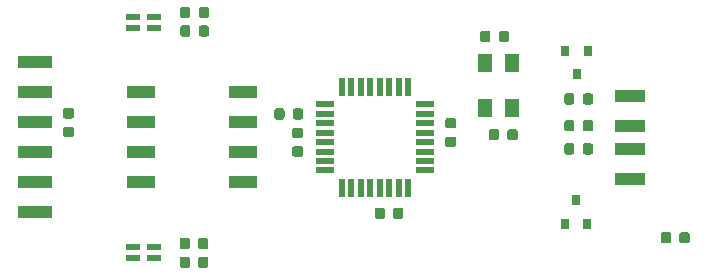
<source format=gbr>
G04 #@! TF.GenerationSoftware,KiCad,Pcbnew,(5.0.0-3-g5ebb6b6)*
G04 #@! TF.CreationDate,2019-02-08T12:04:07-05:00*
G04 #@! TF.ProjectId,ROCKETasp,524F434B45546173702E6B696361645F,2.0*
G04 #@! TF.SameCoordinates,Original*
G04 #@! TF.FileFunction,Paste,Top*
G04 #@! TF.FilePolarity,Positive*
%FSLAX46Y46*%
G04 Gerber Fmt 4.6, Leading zero omitted, Abs format (unit mm)*
G04 Created by KiCad (PCBNEW (5.0.0-3-g5ebb6b6)) date Friday, February 08, 2019 at 12:04:07 PM*
%MOMM*%
%LPD*%
G01*
G04 APERTURE LIST*
%ADD10R,1.200000X0.600000*%
%ADD11C,0.100000*%
%ADD12C,0.875000*%
%ADD13R,0.800000X0.900000*%
%ADD14R,2.500000X1.100000*%
%ADD15R,3.000000X1.000000*%
%ADD16R,2.440000X1.120000*%
%ADD17R,1.600000X0.550000*%
%ADD18R,0.550000X1.600000*%
%ADD19R,1.300000X1.600000*%
G04 APERTURE END LIST*
D10*
G04 #@! TO.C,D2*
X127900000Y-107025000D03*
X126100000Y-107025000D03*
X126100000Y-107975000D03*
X127900000Y-107975000D03*
G04 #@! TD*
D11*
G04 #@! TO.C,C1*
G36*
X156881891Y-97062053D02*
X156903126Y-97065203D01*
X156923950Y-97070419D01*
X156944162Y-97077651D01*
X156963568Y-97086830D01*
X156981981Y-97097866D01*
X156999224Y-97110654D01*
X157015130Y-97125070D01*
X157029546Y-97140976D01*
X157042334Y-97158219D01*
X157053370Y-97176632D01*
X157062549Y-97196038D01*
X157069781Y-97216250D01*
X157074997Y-97237074D01*
X157078147Y-97258309D01*
X157079200Y-97279750D01*
X157079200Y-97792250D01*
X157078147Y-97813691D01*
X157074997Y-97834926D01*
X157069781Y-97855750D01*
X157062549Y-97875962D01*
X157053370Y-97895368D01*
X157042334Y-97913781D01*
X157029546Y-97931024D01*
X157015130Y-97946930D01*
X156999224Y-97961346D01*
X156981981Y-97974134D01*
X156963568Y-97985170D01*
X156944162Y-97994349D01*
X156923950Y-98001581D01*
X156903126Y-98006797D01*
X156881891Y-98009947D01*
X156860450Y-98011000D01*
X156422950Y-98011000D01*
X156401509Y-98009947D01*
X156380274Y-98006797D01*
X156359450Y-98001581D01*
X156339238Y-97994349D01*
X156319832Y-97985170D01*
X156301419Y-97974134D01*
X156284176Y-97961346D01*
X156268270Y-97946930D01*
X156253854Y-97931024D01*
X156241066Y-97913781D01*
X156230030Y-97895368D01*
X156220851Y-97875962D01*
X156213619Y-97855750D01*
X156208403Y-97834926D01*
X156205253Y-97813691D01*
X156204200Y-97792250D01*
X156204200Y-97279750D01*
X156205253Y-97258309D01*
X156208403Y-97237074D01*
X156213619Y-97216250D01*
X156220851Y-97196038D01*
X156230030Y-97176632D01*
X156241066Y-97158219D01*
X156253854Y-97140976D01*
X156268270Y-97125070D01*
X156284176Y-97110654D01*
X156301419Y-97097866D01*
X156319832Y-97086830D01*
X156339238Y-97077651D01*
X156359450Y-97070419D01*
X156380274Y-97065203D01*
X156401509Y-97062053D01*
X156422950Y-97061000D01*
X156860450Y-97061000D01*
X156881891Y-97062053D01*
X156881891Y-97062053D01*
G37*
D12*
X156641700Y-97536000D03*
D11*
G36*
X158456891Y-97062053D02*
X158478126Y-97065203D01*
X158498950Y-97070419D01*
X158519162Y-97077651D01*
X158538568Y-97086830D01*
X158556981Y-97097866D01*
X158574224Y-97110654D01*
X158590130Y-97125070D01*
X158604546Y-97140976D01*
X158617334Y-97158219D01*
X158628370Y-97176632D01*
X158637549Y-97196038D01*
X158644781Y-97216250D01*
X158649997Y-97237074D01*
X158653147Y-97258309D01*
X158654200Y-97279750D01*
X158654200Y-97792250D01*
X158653147Y-97813691D01*
X158649997Y-97834926D01*
X158644781Y-97855750D01*
X158637549Y-97875962D01*
X158628370Y-97895368D01*
X158617334Y-97913781D01*
X158604546Y-97931024D01*
X158590130Y-97946930D01*
X158574224Y-97961346D01*
X158556981Y-97974134D01*
X158538568Y-97985170D01*
X158519162Y-97994349D01*
X158498950Y-98001581D01*
X158478126Y-98006797D01*
X158456891Y-98009947D01*
X158435450Y-98011000D01*
X157997950Y-98011000D01*
X157976509Y-98009947D01*
X157955274Y-98006797D01*
X157934450Y-98001581D01*
X157914238Y-97994349D01*
X157894832Y-97985170D01*
X157876419Y-97974134D01*
X157859176Y-97961346D01*
X157843270Y-97946930D01*
X157828854Y-97931024D01*
X157816066Y-97913781D01*
X157805030Y-97895368D01*
X157795851Y-97875962D01*
X157788619Y-97855750D01*
X157783403Y-97834926D01*
X157780253Y-97813691D01*
X157779200Y-97792250D01*
X157779200Y-97279750D01*
X157780253Y-97258309D01*
X157783403Y-97237074D01*
X157788619Y-97216250D01*
X157795851Y-97196038D01*
X157805030Y-97176632D01*
X157816066Y-97158219D01*
X157828854Y-97140976D01*
X157843270Y-97125070D01*
X157859176Y-97110654D01*
X157876419Y-97097866D01*
X157894832Y-97086830D01*
X157914238Y-97077651D01*
X157934450Y-97070419D01*
X157955274Y-97065203D01*
X157976509Y-97062053D01*
X157997950Y-97061000D01*
X158435450Y-97061000D01*
X158456891Y-97062053D01*
X158456891Y-97062053D01*
G37*
D12*
X158216700Y-97536000D03*
G04 #@! TD*
D11*
G04 #@! TO.C,C2*
G36*
X157732991Y-88730853D02*
X157754226Y-88734003D01*
X157775050Y-88739219D01*
X157795262Y-88746451D01*
X157814668Y-88755630D01*
X157833081Y-88766666D01*
X157850324Y-88779454D01*
X157866230Y-88793870D01*
X157880646Y-88809776D01*
X157893434Y-88827019D01*
X157904470Y-88845432D01*
X157913649Y-88864838D01*
X157920881Y-88885050D01*
X157926097Y-88905874D01*
X157929247Y-88927109D01*
X157930300Y-88948550D01*
X157930300Y-89461050D01*
X157929247Y-89482491D01*
X157926097Y-89503726D01*
X157920881Y-89524550D01*
X157913649Y-89544762D01*
X157904470Y-89564168D01*
X157893434Y-89582581D01*
X157880646Y-89599824D01*
X157866230Y-89615730D01*
X157850324Y-89630146D01*
X157833081Y-89642934D01*
X157814668Y-89653970D01*
X157795262Y-89663149D01*
X157775050Y-89670381D01*
X157754226Y-89675597D01*
X157732991Y-89678747D01*
X157711550Y-89679800D01*
X157274050Y-89679800D01*
X157252609Y-89678747D01*
X157231374Y-89675597D01*
X157210550Y-89670381D01*
X157190338Y-89663149D01*
X157170932Y-89653970D01*
X157152519Y-89642934D01*
X157135276Y-89630146D01*
X157119370Y-89615730D01*
X157104954Y-89599824D01*
X157092166Y-89582581D01*
X157081130Y-89564168D01*
X157071951Y-89544762D01*
X157064719Y-89524550D01*
X157059503Y-89503726D01*
X157056353Y-89482491D01*
X157055300Y-89461050D01*
X157055300Y-88948550D01*
X157056353Y-88927109D01*
X157059503Y-88905874D01*
X157064719Y-88885050D01*
X157071951Y-88864838D01*
X157081130Y-88845432D01*
X157092166Y-88827019D01*
X157104954Y-88809776D01*
X157119370Y-88793870D01*
X157135276Y-88779454D01*
X157152519Y-88766666D01*
X157170932Y-88755630D01*
X157190338Y-88746451D01*
X157210550Y-88739219D01*
X157231374Y-88734003D01*
X157252609Y-88730853D01*
X157274050Y-88729800D01*
X157711550Y-88729800D01*
X157732991Y-88730853D01*
X157732991Y-88730853D01*
G37*
D12*
X157492800Y-89204800D03*
D11*
G36*
X156157991Y-88730853D02*
X156179226Y-88734003D01*
X156200050Y-88739219D01*
X156220262Y-88746451D01*
X156239668Y-88755630D01*
X156258081Y-88766666D01*
X156275324Y-88779454D01*
X156291230Y-88793870D01*
X156305646Y-88809776D01*
X156318434Y-88827019D01*
X156329470Y-88845432D01*
X156338649Y-88864838D01*
X156345881Y-88885050D01*
X156351097Y-88905874D01*
X156354247Y-88927109D01*
X156355300Y-88948550D01*
X156355300Y-89461050D01*
X156354247Y-89482491D01*
X156351097Y-89503726D01*
X156345881Y-89524550D01*
X156338649Y-89544762D01*
X156329470Y-89564168D01*
X156318434Y-89582581D01*
X156305646Y-89599824D01*
X156291230Y-89615730D01*
X156275324Y-89630146D01*
X156258081Y-89642934D01*
X156239668Y-89653970D01*
X156220262Y-89663149D01*
X156200050Y-89670381D01*
X156179226Y-89675597D01*
X156157991Y-89678747D01*
X156136550Y-89679800D01*
X155699050Y-89679800D01*
X155677609Y-89678747D01*
X155656374Y-89675597D01*
X155635550Y-89670381D01*
X155615338Y-89663149D01*
X155595932Y-89653970D01*
X155577519Y-89642934D01*
X155560276Y-89630146D01*
X155544370Y-89615730D01*
X155529954Y-89599824D01*
X155517166Y-89582581D01*
X155506130Y-89564168D01*
X155496951Y-89544762D01*
X155489719Y-89524550D01*
X155484503Y-89503726D01*
X155481353Y-89482491D01*
X155480300Y-89461050D01*
X155480300Y-88948550D01*
X155481353Y-88927109D01*
X155484503Y-88905874D01*
X155489719Y-88885050D01*
X155496951Y-88864838D01*
X155506130Y-88845432D01*
X155517166Y-88827019D01*
X155529954Y-88809776D01*
X155544370Y-88793870D01*
X155560276Y-88779454D01*
X155577519Y-88766666D01*
X155595932Y-88755630D01*
X155615338Y-88746451D01*
X155635550Y-88739219D01*
X155656374Y-88734003D01*
X155677609Y-88730853D01*
X155699050Y-88729800D01*
X156136550Y-88729800D01*
X156157991Y-88730853D01*
X156157991Y-88730853D01*
G37*
D12*
X155917800Y-89204800D03*
G04 #@! TD*
D11*
G04 #@! TO.C,C4*
G36*
X153274591Y-96108853D02*
X153295826Y-96112003D01*
X153316650Y-96117219D01*
X153336862Y-96124451D01*
X153356268Y-96133630D01*
X153374681Y-96144666D01*
X153391924Y-96157454D01*
X153407830Y-96171870D01*
X153422246Y-96187776D01*
X153435034Y-96205019D01*
X153446070Y-96223432D01*
X153455249Y-96242838D01*
X153462481Y-96263050D01*
X153467697Y-96283874D01*
X153470847Y-96305109D01*
X153471900Y-96326550D01*
X153471900Y-96764050D01*
X153470847Y-96785491D01*
X153467697Y-96806726D01*
X153462481Y-96827550D01*
X153455249Y-96847762D01*
X153446070Y-96867168D01*
X153435034Y-96885581D01*
X153422246Y-96902824D01*
X153407830Y-96918730D01*
X153391924Y-96933146D01*
X153374681Y-96945934D01*
X153356268Y-96956970D01*
X153336862Y-96966149D01*
X153316650Y-96973381D01*
X153295826Y-96978597D01*
X153274591Y-96981747D01*
X153253150Y-96982800D01*
X152740650Y-96982800D01*
X152719209Y-96981747D01*
X152697974Y-96978597D01*
X152677150Y-96973381D01*
X152656938Y-96966149D01*
X152637532Y-96956970D01*
X152619119Y-96945934D01*
X152601876Y-96933146D01*
X152585970Y-96918730D01*
X152571554Y-96902824D01*
X152558766Y-96885581D01*
X152547730Y-96867168D01*
X152538551Y-96847762D01*
X152531319Y-96827550D01*
X152526103Y-96806726D01*
X152522953Y-96785491D01*
X152521900Y-96764050D01*
X152521900Y-96326550D01*
X152522953Y-96305109D01*
X152526103Y-96283874D01*
X152531319Y-96263050D01*
X152538551Y-96242838D01*
X152547730Y-96223432D01*
X152558766Y-96205019D01*
X152571554Y-96187776D01*
X152585970Y-96171870D01*
X152601876Y-96157454D01*
X152619119Y-96144666D01*
X152637532Y-96133630D01*
X152656938Y-96124451D01*
X152677150Y-96117219D01*
X152697974Y-96112003D01*
X152719209Y-96108853D01*
X152740650Y-96107800D01*
X153253150Y-96107800D01*
X153274591Y-96108853D01*
X153274591Y-96108853D01*
G37*
D12*
X152996900Y-96545300D03*
D11*
G36*
X153274591Y-97683853D02*
X153295826Y-97687003D01*
X153316650Y-97692219D01*
X153336862Y-97699451D01*
X153356268Y-97708630D01*
X153374681Y-97719666D01*
X153391924Y-97732454D01*
X153407830Y-97746870D01*
X153422246Y-97762776D01*
X153435034Y-97780019D01*
X153446070Y-97798432D01*
X153455249Y-97817838D01*
X153462481Y-97838050D01*
X153467697Y-97858874D01*
X153470847Y-97880109D01*
X153471900Y-97901550D01*
X153471900Y-98339050D01*
X153470847Y-98360491D01*
X153467697Y-98381726D01*
X153462481Y-98402550D01*
X153455249Y-98422762D01*
X153446070Y-98442168D01*
X153435034Y-98460581D01*
X153422246Y-98477824D01*
X153407830Y-98493730D01*
X153391924Y-98508146D01*
X153374681Y-98520934D01*
X153356268Y-98531970D01*
X153336862Y-98541149D01*
X153316650Y-98548381D01*
X153295826Y-98553597D01*
X153274591Y-98556747D01*
X153253150Y-98557800D01*
X152740650Y-98557800D01*
X152719209Y-98556747D01*
X152697974Y-98553597D01*
X152677150Y-98548381D01*
X152656938Y-98541149D01*
X152637532Y-98531970D01*
X152619119Y-98520934D01*
X152601876Y-98508146D01*
X152585970Y-98493730D01*
X152571554Y-98477824D01*
X152558766Y-98460581D01*
X152547730Y-98442168D01*
X152538551Y-98422762D01*
X152531319Y-98402550D01*
X152526103Y-98381726D01*
X152522953Y-98360491D01*
X152521900Y-98339050D01*
X152521900Y-97901550D01*
X152522953Y-97880109D01*
X152526103Y-97858874D01*
X152531319Y-97838050D01*
X152538551Y-97817838D01*
X152547730Y-97798432D01*
X152558766Y-97780019D01*
X152571554Y-97762776D01*
X152585970Y-97746870D01*
X152601876Y-97732454D01*
X152619119Y-97719666D01*
X152637532Y-97708630D01*
X152656938Y-97699451D01*
X152677150Y-97692219D01*
X152697974Y-97687003D01*
X152719209Y-97683853D01*
X152740650Y-97682800D01*
X153253150Y-97682800D01*
X153274591Y-97683853D01*
X153274591Y-97683853D01*
G37*
D12*
X152996900Y-98120300D03*
G04 #@! TD*
D11*
G04 #@! TO.C,C5*
G36*
X140295891Y-95296753D02*
X140317126Y-95299903D01*
X140337950Y-95305119D01*
X140358162Y-95312351D01*
X140377568Y-95321530D01*
X140395981Y-95332566D01*
X140413224Y-95345354D01*
X140429130Y-95359770D01*
X140443546Y-95375676D01*
X140456334Y-95392919D01*
X140467370Y-95411332D01*
X140476549Y-95430738D01*
X140483781Y-95450950D01*
X140488997Y-95471774D01*
X140492147Y-95493009D01*
X140493200Y-95514450D01*
X140493200Y-96026950D01*
X140492147Y-96048391D01*
X140488997Y-96069626D01*
X140483781Y-96090450D01*
X140476549Y-96110662D01*
X140467370Y-96130068D01*
X140456334Y-96148481D01*
X140443546Y-96165724D01*
X140429130Y-96181630D01*
X140413224Y-96196046D01*
X140395981Y-96208834D01*
X140377568Y-96219870D01*
X140358162Y-96229049D01*
X140337950Y-96236281D01*
X140317126Y-96241497D01*
X140295891Y-96244647D01*
X140274450Y-96245700D01*
X139836950Y-96245700D01*
X139815509Y-96244647D01*
X139794274Y-96241497D01*
X139773450Y-96236281D01*
X139753238Y-96229049D01*
X139733832Y-96219870D01*
X139715419Y-96208834D01*
X139698176Y-96196046D01*
X139682270Y-96181630D01*
X139667854Y-96165724D01*
X139655066Y-96148481D01*
X139644030Y-96130068D01*
X139634851Y-96110662D01*
X139627619Y-96090450D01*
X139622403Y-96069626D01*
X139619253Y-96048391D01*
X139618200Y-96026950D01*
X139618200Y-95514450D01*
X139619253Y-95493009D01*
X139622403Y-95471774D01*
X139627619Y-95450950D01*
X139634851Y-95430738D01*
X139644030Y-95411332D01*
X139655066Y-95392919D01*
X139667854Y-95375676D01*
X139682270Y-95359770D01*
X139698176Y-95345354D01*
X139715419Y-95332566D01*
X139733832Y-95321530D01*
X139753238Y-95312351D01*
X139773450Y-95305119D01*
X139794274Y-95299903D01*
X139815509Y-95296753D01*
X139836950Y-95295700D01*
X140274450Y-95295700D01*
X140295891Y-95296753D01*
X140295891Y-95296753D01*
G37*
D12*
X140055700Y-95770700D03*
D11*
G36*
X138720891Y-95296753D02*
X138742126Y-95299903D01*
X138762950Y-95305119D01*
X138783162Y-95312351D01*
X138802568Y-95321530D01*
X138820981Y-95332566D01*
X138838224Y-95345354D01*
X138854130Y-95359770D01*
X138868546Y-95375676D01*
X138881334Y-95392919D01*
X138892370Y-95411332D01*
X138901549Y-95430738D01*
X138908781Y-95450950D01*
X138913997Y-95471774D01*
X138917147Y-95493009D01*
X138918200Y-95514450D01*
X138918200Y-96026950D01*
X138917147Y-96048391D01*
X138913997Y-96069626D01*
X138908781Y-96090450D01*
X138901549Y-96110662D01*
X138892370Y-96130068D01*
X138881334Y-96148481D01*
X138868546Y-96165724D01*
X138854130Y-96181630D01*
X138838224Y-96196046D01*
X138820981Y-96208834D01*
X138802568Y-96219870D01*
X138783162Y-96229049D01*
X138762950Y-96236281D01*
X138742126Y-96241497D01*
X138720891Y-96244647D01*
X138699450Y-96245700D01*
X138261950Y-96245700D01*
X138240509Y-96244647D01*
X138219274Y-96241497D01*
X138198450Y-96236281D01*
X138178238Y-96229049D01*
X138158832Y-96219870D01*
X138140419Y-96208834D01*
X138123176Y-96196046D01*
X138107270Y-96181630D01*
X138092854Y-96165724D01*
X138080066Y-96148481D01*
X138069030Y-96130068D01*
X138059851Y-96110662D01*
X138052619Y-96090450D01*
X138047403Y-96069626D01*
X138044253Y-96048391D01*
X138043200Y-96026950D01*
X138043200Y-95514450D01*
X138044253Y-95493009D01*
X138047403Y-95471774D01*
X138052619Y-95450950D01*
X138059851Y-95430738D01*
X138069030Y-95411332D01*
X138080066Y-95392919D01*
X138092854Y-95375676D01*
X138107270Y-95359770D01*
X138123176Y-95345354D01*
X138140419Y-95332566D01*
X138158832Y-95321530D01*
X138178238Y-95312351D01*
X138198450Y-95305119D01*
X138219274Y-95299903D01*
X138240509Y-95296753D01*
X138261950Y-95295700D01*
X138699450Y-95295700D01*
X138720891Y-95296753D01*
X138720891Y-95296753D01*
G37*
D12*
X138480700Y-95770700D03*
G04 #@! TD*
D11*
G04 #@! TO.C,C6*
G36*
X140295191Y-98509353D02*
X140316426Y-98512503D01*
X140337250Y-98517719D01*
X140357462Y-98524951D01*
X140376868Y-98534130D01*
X140395281Y-98545166D01*
X140412524Y-98557954D01*
X140428430Y-98572370D01*
X140442846Y-98588276D01*
X140455634Y-98605519D01*
X140466670Y-98623932D01*
X140475849Y-98643338D01*
X140483081Y-98663550D01*
X140488297Y-98684374D01*
X140491447Y-98705609D01*
X140492500Y-98727050D01*
X140492500Y-99164550D01*
X140491447Y-99185991D01*
X140488297Y-99207226D01*
X140483081Y-99228050D01*
X140475849Y-99248262D01*
X140466670Y-99267668D01*
X140455634Y-99286081D01*
X140442846Y-99303324D01*
X140428430Y-99319230D01*
X140412524Y-99333646D01*
X140395281Y-99346434D01*
X140376868Y-99357470D01*
X140357462Y-99366649D01*
X140337250Y-99373881D01*
X140316426Y-99379097D01*
X140295191Y-99382247D01*
X140273750Y-99383300D01*
X139761250Y-99383300D01*
X139739809Y-99382247D01*
X139718574Y-99379097D01*
X139697750Y-99373881D01*
X139677538Y-99366649D01*
X139658132Y-99357470D01*
X139639719Y-99346434D01*
X139622476Y-99333646D01*
X139606570Y-99319230D01*
X139592154Y-99303324D01*
X139579366Y-99286081D01*
X139568330Y-99267668D01*
X139559151Y-99248262D01*
X139551919Y-99228050D01*
X139546703Y-99207226D01*
X139543553Y-99185991D01*
X139542500Y-99164550D01*
X139542500Y-98727050D01*
X139543553Y-98705609D01*
X139546703Y-98684374D01*
X139551919Y-98663550D01*
X139559151Y-98643338D01*
X139568330Y-98623932D01*
X139579366Y-98605519D01*
X139592154Y-98588276D01*
X139606570Y-98572370D01*
X139622476Y-98557954D01*
X139639719Y-98545166D01*
X139658132Y-98534130D01*
X139677538Y-98524951D01*
X139697750Y-98517719D01*
X139718574Y-98512503D01*
X139739809Y-98509353D01*
X139761250Y-98508300D01*
X140273750Y-98508300D01*
X140295191Y-98509353D01*
X140295191Y-98509353D01*
G37*
D12*
X140017500Y-98945800D03*
D11*
G36*
X140295191Y-96934353D02*
X140316426Y-96937503D01*
X140337250Y-96942719D01*
X140357462Y-96949951D01*
X140376868Y-96959130D01*
X140395281Y-96970166D01*
X140412524Y-96982954D01*
X140428430Y-96997370D01*
X140442846Y-97013276D01*
X140455634Y-97030519D01*
X140466670Y-97048932D01*
X140475849Y-97068338D01*
X140483081Y-97088550D01*
X140488297Y-97109374D01*
X140491447Y-97130609D01*
X140492500Y-97152050D01*
X140492500Y-97589550D01*
X140491447Y-97610991D01*
X140488297Y-97632226D01*
X140483081Y-97653050D01*
X140475849Y-97673262D01*
X140466670Y-97692668D01*
X140455634Y-97711081D01*
X140442846Y-97728324D01*
X140428430Y-97744230D01*
X140412524Y-97758646D01*
X140395281Y-97771434D01*
X140376868Y-97782470D01*
X140357462Y-97791649D01*
X140337250Y-97798881D01*
X140316426Y-97804097D01*
X140295191Y-97807247D01*
X140273750Y-97808300D01*
X139761250Y-97808300D01*
X139739809Y-97807247D01*
X139718574Y-97804097D01*
X139697750Y-97798881D01*
X139677538Y-97791649D01*
X139658132Y-97782470D01*
X139639719Y-97771434D01*
X139622476Y-97758646D01*
X139606570Y-97744230D01*
X139592154Y-97728324D01*
X139579366Y-97711081D01*
X139568330Y-97692668D01*
X139559151Y-97673262D01*
X139551919Y-97653050D01*
X139546703Y-97632226D01*
X139543553Y-97610991D01*
X139542500Y-97589550D01*
X139542500Y-97152050D01*
X139543553Y-97130609D01*
X139546703Y-97109374D01*
X139551919Y-97088550D01*
X139559151Y-97068338D01*
X139568330Y-97048932D01*
X139579366Y-97030519D01*
X139592154Y-97013276D01*
X139606570Y-96997370D01*
X139622476Y-96982954D01*
X139639719Y-96970166D01*
X139658132Y-96959130D01*
X139677538Y-96949951D01*
X139697750Y-96942719D01*
X139718574Y-96937503D01*
X139739809Y-96934353D01*
X139761250Y-96933300D01*
X140273750Y-96933300D01*
X140295191Y-96934353D01*
X140295191Y-96934353D01*
G37*
D12*
X140017500Y-97370800D03*
G04 #@! TD*
D10*
G04 #@! TO.C,D1*
X127900000Y-88475000D03*
X126100000Y-88475000D03*
X126100000Y-87525000D03*
X127900000Y-87525000D03*
G04 #@! TD*
D13*
G04 #@! TO.C,D3*
X163639500Y-92401900D03*
X162689500Y-90401900D03*
X164589500Y-90401900D03*
G04 #@! TD*
G04 #@! TO.C,D4*
X162626000Y-105076500D03*
X164526000Y-105076500D03*
X163576000Y-103076500D03*
G04 #@! TD*
D14*
G04 #@! TO.C,J1*
X168201600Y-96750000D03*
X168201600Y-98750000D03*
X168201600Y-94250000D03*
X168201600Y-101250000D03*
G04 #@! TD*
D15*
G04 #@! TO.C,J3*
X117753400Y-91400000D03*
X117753400Y-93940000D03*
X117753400Y-96480000D03*
X117753400Y-99020000D03*
X117753400Y-101560000D03*
X117753400Y-104100000D03*
G04 #@! TD*
D11*
G04 #@! TO.C,R1*
G36*
X130753491Y-86697753D02*
X130774726Y-86700903D01*
X130795550Y-86706119D01*
X130815762Y-86713351D01*
X130835168Y-86722530D01*
X130853581Y-86733566D01*
X130870824Y-86746354D01*
X130886730Y-86760770D01*
X130901146Y-86776676D01*
X130913934Y-86793919D01*
X130924970Y-86812332D01*
X130934149Y-86831738D01*
X130941381Y-86851950D01*
X130946597Y-86872774D01*
X130949747Y-86894009D01*
X130950800Y-86915450D01*
X130950800Y-87427950D01*
X130949747Y-87449391D01*
X130946597Y-87470626D01*
X130941381Y-87491450D01*
X130934149Y-87511662D01*
X130924970Y-87531068D01*
X130913934Y-87549481D01*
X130901146Y-87566724D01*
X130886730Y-87582630D01*
X130870824Y-87597046D01*
X130853581Y-87609834D01*
X130835168Y-87620870D01*
X130815762Y-87630049D01*
X130795550Y-87637281D01*
X130774726Y-87642497D01*
X130753491Y-87645647D01*
X130732050Y-87646700D01*
X130294550Y-87646700D01*
X130273109Y-87645647D01*
X130251874Y-87642497D01*
X130231050Y-87637281D01*
X130210838Y-87630049D01*
X130191432Y-87620870D01*
X130173019Y-87609834D01*
X130155776Y-87597046D01*
X130139870Y-87582630D01*
X130125454Y-87566724D01*
X130112666Y-87549481D01*
X130101630Y-87531068D01*
X130092451Y-87511662D01*
X130085219Y-87491450D01*
X130080003Y-87470626D01*
X130076853Y-87449391D01*
X130075800Y-87427950D01*
X130075800Y-86915450D01*
X130076853Y-86894009D01*
X130080003Y-86872774D01*
X130085219Y-86851950D01*
X130092451Y-86831738D01*
X130101630Y-86812332D01*
X130112666Y-86793919D01*
X130125454Y-86776676D01*
X130139870Y-86760770D01*
X130155776Y-86746354D01*
X130173019Y-86733566D01*
X130191432Y-86722530D01*
X130210838Y-86713351D01*
X130231050Y-86706119D01*
X130251874Y-86700903D01*
X130273109Y-86697753D01*
X130294550Y-86696700D01*
X130732050Y-86696700D01*
X130753491Y-86697753D01*
X130753491Y-86697753D01*
G37*
D12*
X130513300Y-87171700D03*
D11*
G36*
X132328491Y-86697753D02*
X132349726Y-86700903D01*
X132370550Y-86706119D01*
X132390762Y-86713351D01*
X132410168Y-86722530D01*
X132428581Y-86733566D01*
X132445824Y-86746354D01*
X132461730Y-86760770D01*
X132476146Y-86776676D01*
X132488934Y-86793919D01*
X132499970Y-86812332D01*
X132509149Y-86831738D01*
X132516381Y-86851950D01*
X132521597Y-86872774D01*
X132524747Y-86894009D01*
X132525800Y-86915450D01*
X132525800Y-87427950D01*
X132524747Y-87449391D01*
X132521597Y-87470626D01*
X132516381Y-87491450D01*
X132509149Y-87511662D01*
X132499970Y-87531068D01*
X132488934Y-87549481D01*
X132476146Y-87566724D01*
X132461730Y-87582630D01*
X132445824Y-87597046D01*
X132428581Y-87609834D01*
X132410168Y-87620870D01*
X132390762Y-87630049D01*
X132370550Y-87637281D01*
X132349726Y-87642497D01*
X132328491Y-87645647D01*
X132307050Y-87646700D01*
X131869550Y-87646700D01*
X131848109Y-87645647D01*
X131826874Y-87642497D01*
X131806050Y-87637281D01*
X131785838Y-87630049D01*
X131766432Y-87620870D01*
X131748019Y-87609834D01*
X131730776Y-87597046D01*
X131714870Y-87582630D01*
X131700454Y-87566724D01*
X131687666Y-87549481D01*
X131676630Y-87531068D01*
X131667451Y-87511662D01*
X131660219Y-87491450D01*
X131655003Y-87470626D01*
X131651853Y-87449391D01*
X131650800Y-87427950D01*
X131650800Y-86915450D01*
X131651853Y-86894009D01*
X131655003Y-86872774D01*
X131660219Y-86851950D01*
X131667451Y-86831738D01*
X131676630Y-86812332D01*
X131687666Y-86793919D01*
X131700454Y-86776676D01*
X131714870Y-86760770D01*
X131730776Y-86746354D01*
X131748019Y-86733566D01*
X131766432Y-86722530D01*
X131785838Y-86713351D01*
X131806050Y-86706119D01*
X131826874Y-86700903D01*
X131848109Y-86697753D01*
X131869550Y-86696700D01*
X132307050Y-86696700D01*
X132328491Y-86697753D01*
X132328491Y-86697753D01*
G37*
D12*
X132088300Y-87171700D03*
G04 #@! TD*
D11*
G04 #@! TO.C,R2*
G36*
X132328491Y-88272553D02*
X132349726Y-88275703D01*
X132370550Y-88280919D01*
X132390762Y-88288151D01*
X132410168Y-88297330D01*
X132428581Y-88308366D01*
X132445824Y-88321154D01*
X132461730Y-88335570D01*
X132476146Y-88351476D01*
X132488934Y-88368719D01*
X132499970Y-88387132D01*
X132509149Y-88406538D01*
X132516381Y-88426750D01*
X132521597Y-88447574D01*
X132524747Y-88468809D01*
X132525800Y-88490250D01*
X132525800Y-89002750D01*
X132524747Y-89024191D01*
X132521597Y-89045426D01*
X132516381Y-89066250D01*
X132509149Y-89086462D01*
X132499970Y-89105868D01*
X132488934Y-89124281D01*
X132476146Y-89141524D01*
X132461730Y-89157430D01*
X132445824Y-89171846D01*
X132428581Y-89184634D01*
X132410168Y-89195670D01*
X132390762Y-89204849D01*
X132370550Y-89212081D01*
X132349726Y-89217297D01*
X132328491Y-89220447D01*
X132307050Y-89221500D01*
X131869550Y-89221500D01*
X131848109Y-89220447D01*
X131826874Y-89217297D01*
X131806050Y-89212081D01*
X131785838Y-89204849D01*
X131766432Y-89195670D01*
X131748019Y-89184634D01*
X131730776Y-89171846D01*
X131714870Y-89157430D01*
X131700454Y-89141524D01*
X131687666Y-89124281D01*
X131676630Y-89105868D01*
X131667451Y-89086462D01*
X131660219Y-89066250D01*
X131655003Y-89045426D01*
X131651853Y-89024191D01*
X131650800Y-89002750D01*
X131650800Y-88490250D01*
X131651853Y-88468809D01*
X131655003Y-88447574D01*
X131660219Y-88426750D01*
X131667451Y-88406538D01*
X131676630Y-88387132D01*
X131687666Y-88368719D01*
X131700454Y-88351476D01*
X131714870Y-88335570D01*
X131730776Y-88321154D01*
X131748019Y-88308366D01*
X131766432Y-88297330D01*
X131785838Y-88288151D01*
X131806050Y-88280919D01*
X131826874Y-88275703D01*
X131848109Y-88272553D01*
X131869550Y-88271500D01*
X132307050Y-88271500D01*
X132328491Y-88272553D01*
X132328491Y-88272553D01*
G37*
D12*
X132088300Y-88746500D03*
D11*
G36*
X130753491Y-88272553D02*
X130774726Y-88275703D01*
X130795550Y-88280919D01*
X130815762Y-88288151D01*
X130835168Y-88297330D01*
X130853581Y-88308366D01*
X130870824Y-88321154D01*
X130886730Y-88335570D01*
X130901146Y-88351476D01*
X130913934Y-88368719D01*
X130924970Y-88387132D01*
X130934149Y-88406538D01*
X130941381Y-88426750D01*
X130946597Y-88447574D01*
X130949747Y-88468809D01*
X130950800Y-88490250D01*
X130950800Y-89002750D01*
X130949747Y-89024191D01*
X130946597Y-89045426D01*
X130941381Y-89066250D01*
X130934149Y-89086462D01*
X130924970Y-89105868D01*
X130913934Y-89124281D01*
X130901146Y-89141524D01*
X130886730Y-89157430D01*
X130870824Y-89171846D01*
X130853581Y-89184634D01*
X130835168Y-89195670D01*
X130815762Y-89204849D01*
X130795550Y-89212081D01*
X130774726Y-89217297D01*
X130753491Y-89220447D01*
X130732050Y-89221500D01*
X130294550Y-89221500D01*
X130273109Y-89220447D01*
X130251874Y-89217297D01*
X130231050Y-89212081D01*
X130210838Y-89204849D01*
X130191432Y-89195670D01*
X130173019Y-89184634D01*
X130155776Y-89171846D01*
X130139870Y-89157430D01*
X130125454Y-89141524D01*
X130112666Y-89124281D01*
X130101630Y-89105868D01*
X130092451Y-89086462D01*
X130085219Y-89066250D01*
X130080003Y-89045426D01*
X130076853Y-89024191D01*
X130075800Y-89002750D01*
X130075800Y-88490250D01*
X130076853Y-88468809D01*
X130080003Y-88447574D01*
X130085219Y-88426750D01*
X130092451Y-88406538D01*
X130101630Y-88387132D01*
X130112666Y-88368719D01*
X130125454Y-88351476D01*
X130139870Y-88335570D01*
X130155776Y-88321154D01*
X130173019Y-88308366D01*
X130191432Y-88297330D01*
X130210838Y-88288151D01*
X130231050Y-88280919D01*
X130251874Y-88275703D01*
X130273109Y-88272553D01*
X130294550Y-88271500D01*
X130732050Y-88271500D01*
X130753491Y-88272553D01*
X130753491Y-88272553D01*
G37*
D12*
X130513300Y-88746500D03*
G04 #@! TD*
D11*
G04 #@! TO.C,R3*
G36*
X132277691Y-106264053D02*
X132298926Y-106267203D01*
X132319750Y-106272419D01*
X132339962Y-106279651D01*
X132359368Y-106288830D01*
X132377781Y-106299866D01*
X132395024Y-106312654D01*
X132410930Y-106327070D01*
X132425346Y-106342976D01*
X132438134Y-106360219D01*
X132449170Y-106378632D01*
X132458349Y-106398038D01*
X132465581Y-106418250D01*
X132470797Y-106439074D01*
X132473947Y-106460309D01*
X132475000Y-106481750D01*
X132475000Y-106994250D01*
X132473947Y-107015691D01*
X132470797Y-107036926D01*
X132465581Y-107057750D01*
X132458349Y-107077962D01*
X132449170Y-107097368D01*
X132438134Y-107115781D01*
X132425346Y-107133024D01*
X132410930Y-107148930D01*
X132395024Y-107163346D01*
X132377781Y-107176134D01*
X132359368Y-107187170D01*
X132339962Y-107196349D01*
X132319750Y-107203581D01*
X132298926Y-107208797D01*
X132277691Y-107211947D01*
X132256250Y-107213000D01*
X131818750Y-107213000D01*
X131797309Y-107211947D01*
X131776074Y-107208797D01*
X131755250Y-107203581D01*
X131735038Y-107196349D01*
X131715632Y-107187170D01*
X131697219Y-107176134D01*
X131679976Y-107163346D01*
X131664070Y-107148930D01*
X131649654Y-107133024D01*
X131636866Y-107115781D01*
X131625830Y-107097368D01*
X131616651Y-107077962D01*
X131609419Y-107057750D01*
X131604203Y-107036926D01*
X131601053Y-107015691D01*
X131600000Y-106994250D01*
X131600000Y-106481750D01*
X131601053Y-106460309D01*
X131604203Y-106439074D01*
X131609419Y-106418250D01*
X131616651Y-106398038D01*
X131625830Y-106378632D01*
X131636866Y-106360219D01*
X131649654Y-106342976D01*
X131664070Y-106327070D01*
X131679976Y-106312654D01*
X131697219Y-106299866D01*
X131715632Y-106288830D01*
X131735038Y-106279651D01*
X131755250Y-106272419D01*
X131776074Y-106267203D01*
X131797309Y-106264053D01*
X131818750Y-106263000D01*
X132256250Y-106263000D01*
X132277691Y-106264053D01*
X132277691Y-106264053D01*
G37*
D12*
X132037500Y-106738000D03*
D11*
G36*
X130702691Y-106264053D02*
X130723926Y-106267203D01*
X130744750Y-106272419D01*
X130764962Y-106279651D01*
X130784368Y-106288830D01*
X130802781Y-106299866D01*
X130820024Y-106312654D01*
X130835930Y-106327070D01*
X130850346Y-106342976D01*
X130863134Y-106360219D01*
X130874170Y-106378632D01*
X130883349Y-106398038D01*
X130890581Y-106418250D01*
X130895797Y-106439074D01*
X130898947Y-106460309D01*
X130900000Y-106481750D01*
X130900000Y-106994250D01*
X130898947Y-107015691D01*
X130895797Y-107036926D01*
X130890581Y-107057750D01*
X130883349Y-107077962D01*
X130874170Y-107097368D01*
X130863134Y-107115781D01*
X130850346Y-107133024D01*
X130835930Y-107148930D01*
X130820024Y-107163346D01*
X130802781Y-107176134D01*
X130784368Y-107187170D01*
X130764962Y-107196349D01*
X130744750Y-107203581D01*
X130723926Y-107208797D01*
X130702691Y-107211947D01*
X130681250Y-107213000D01*
X130243750Y-107213000D01*
X130222309Y-107211947D01*
X130201074Y-107208797D01*
X130180250Y-107203581D01*
X130160038Y-107196349D01*
X130140632Y-107187170D01*
X130122219Y-107176134D01*
X130104976Y-107163346D01*
X130089070Y-107148930D01*
X130074654Y-107133024D01*
X130061866Y-107115781D01*
X130050830Y-107097368D01*
X130041651Y-107077962D01*
X130034419Y-107057750D01*
X130029203Y-107036926D01*
X130026053Y-107015691D01*
X130025000Y-106994250D01*
X130025000Y-106481750D01*
X130026053Y-106460309D01*
X130029203Y-106439074D01*
X130034419Y-106418250D01*
X130041651Y-106398038D01*
X130050830Y-106378632D01*
X130061866Y-106360219D01*
X130074654Y-106342976D01*
X130089070Y-106327070D01*
X130104976Y-106312654D01*
X130122219Y-106299866D01*
X130140632Y-106288830D01*
X130160038Y-106279651D01*
X130180250Y-106272419D01*
X130201074Y-106267203D01*
X130222309Y-106264053D01*
X130243750Y-106263000D01*
X130681250Y-106263000D01*
X130702691Y-106264053D01*
X130702691Y-106264053D01*
G37*
D12*
X130462500Y-106738000D03*
G04 #@! TD*
D11*
G04 #@! TO.C,R4*
G36*
X132277691Y-107851553D02*
X132298926Y-107854703D01*
X132319750Y-107859919D01*
X132339962Y-107867151D01*
X132359368Y-107876330D01*
X132377781Y-107887366D01*
X132395024Y-107900154D01*
X132410930Y-107914570D01*
X132425346Y-107930476D01*
X132438134Y-107947719D01*
X132449170Y-107966132D01*
X132458349Y-107985538D01*
X132465581Y-108005750D01*
X132470797Y-108026574D01*
X132473947Y-108047809D01*
X132475000Y-108069250D01*
X132475000Y-108581750D01*
X132473947Y-108603191D01*
X132470797Y-108624426D01*
X132465581Y-108645250D01*
X132458349Y-108665462D01*
X132449170Y-108684868D01*
X132438134Y-108703281D01*
X132425346Y-108720524D01*
X132410930Y-108736430D01*
X132395024Y-108750846D01*
X132377781Y-108763634D01*
X132359368Y-108774670D01*
X132339962Y-108783849D01*
X132319750Y-108791081D01*
X132298926Y-108796297D01*
X132277691Y-108799447D01*
X132256250Y-108800500D01*
X131818750Y-108800500D01*
X131797309Y-108799447D01*
X131776074Y-108796297D01*
X131755250Y-108791081D01*
X131735038Y-108783849D01*
X131715632Y-108774670D01*
X131697219Y-108763634D01*
X131679976Y-108750846D01*
X131664070Y-108736430D01*
X131649654Y-108720524D01*
X131636866Y-108703281D01*
X131625830Y-108684868D01*
X131616651Y-108665462D01*
X131609419Y-108645250D01*
X131604203Y-108624426D01*
X131601053Y-108603191D01*
X131600000Y-108581750D01*
X131600000Y-108069250D01*
X131601053Y-108047809D01*
X131604203Y-108026574D01*
X131609419Y-108005750D01*
X131616651Y-107985538D01*
X131625830Y-107966132D01*
X131636866Y-107947719D01*
X131649654Y-107930476D01*
X131664070Y-107914570D01*
X131679976Y-107900154D01*
X131697219Y-107887366D01*
X131715632Y-107876330D01*
X131735038Y-107867151D01*
X131755250Y-107859919D01*
X131776074Y-107854703D01*
X131797309Y-107851553D01*
X131818750Y-107850500D01*
X132256250Y-107850500D01*
X132277691Y-107851553D01*
X132277691Y-107851553D01*
G37*
D12*
X132037500Y-108325500D03*
D11*
G36*
X130702691Y-107851553D02*
X130723926Y-107854703D01*
X130744750Y-107859919D01*
X130764962Y-107867151D01*
X130784368Y-107876330D01*
X130802781Y-107887366D01*
X130820024Y-107900154D01*
X130835930Y-107914570D01*
X130850346Y-107930476D01*
X130863134Y-107947719D01*
X130874170Y-107966132D01*
X130883349Y-107985538D01*
X130890581Y-108005750D01*
X130895797Y-108026574D01*
X130898947Y-108047809D01*
X130900000Y-108069250D01*
X130900000Y-108581750D01*
X130898947Y-108603191D01*
X130895797Y-108624426D01*
X130890581Y-108645250D01*
X130883349Y-108665462D01*
X130874170Y-108684868D01*
X130863134Y-108703281D01*
X130850346Y-108720524D01*
X130835930Y-108736430D01*
X130820024Y-108750846D01*
X130802781Y-108763634D01*
X130784368Y-108774670D01*
X130764962Y-108783849D01*
X130744750Y-108791081D01*
X130723926Y-108796297D01*
X130702691Y-108799447D01*
X130681250Y-108800500D01*
X130243750Y-108800500D01*
X130222309Y-108799447D01*
X130201074Y-108796297D01*
X130180250Y-108791081D01*
X130160038Y-108783849D01*
X130140632Y-108774670D01*
X130122219Y-108763634D01*
X130104976Y-108750846D01*
X130089070Y-108736430D01*
X130074654Y-108720524D01*
X130061866Y-108703281D01*
X130050830Y-108684868D01*
X130041651Y-108665462D01*
X130034419Y-108645250D01*
X130029203Y-108624426D01*
X130026053Y-108603191D01*
X130025000Y-108581750D01*
X130025000Y-108069250D01*
X130026053Y-108047809D01*
X130029203Y-108026574D01*
X130034419Y-108005750D01*
X130041651Y-107985538D01*
X130050830Y-107966132D01*
X130061866Y-107947719D01*
X130074654Y-107930476D01*
X130089070Y-107914570D01*
X130104976Y-107900154D01*
X130122219Y-107887366D01*
X130140632Y-107876330D01*
X130160038Y-107867151D01*
X130180250Y-107859919D01*
X130201074Y-107854703D01*
X130222309Y-107851553D01*
X130243750Y-107850500D01*
X130681250Y-107850500D01*
X130702691Y-107851553D01*
X130702691Y-107851553D01*
G37*
D12*
X130462500Y-108325500D03*
G04 #@! TD*
D11*
G04 #@! TO.C,R5*
G36*
X164844991Y-98255853D02*
X164866226Y-98259003D01*
X164887050Y-98264219D01*
X164907262Y-98271451D01*
X164926668Y-98280630D01*
X164945081Y-98291666D01*
X164962324Y-98304454D01*
X164978230Y-98318870D01*
X164992646Y-98334776D01*
X165005434Y-98352019D01*
X165016470Y-98370432D01*
X165025649Y-98389838D01*
X165032881Y-98410050D01*
X165038097Y-98430874D01*
X165041247Y-98452109D01*
X165042300Y-98473550D01*
X165042300Y-98986050D01*
X165041247Y-99007491D01*
X165038097Y-99028726D01*
X165032881Y-99049550D01*
X165025649Y-99069762D01*
X165016470Y-99089168D01*
X165005434Y-99107581D01*
X164992646Y-99124824D01*
X164978230Y-99140730D01*
X164962324Y-99155146D01*
X164945081Y-99167934D01*
X164926668Y-99178970D01*
X164907262Y-99188149D01*
X164887050Y-99195381D01*
X164866226Y-99200597D01*
X164844991Y-99203747D01*
X164823550Y-99204800D01*
X164386050Y-99204800D01*
X164364609Y-99203747D01*
X164343374Y-99200597D01*
X164322550Y-99195381D01*
X164302338Y-99188149D01*
X164282932Y-99178970D01*
X164264519Y-99167934D01*
X164247276Y-99155146D01*
X164231370Y-99140730D01*
X164216954Y-99124824D01*
X164204166Y-99107581D01*
X164193130Y-99089168D01*
X164183951Y-99069762D01*
X164176719Y-99049550D01*
X164171503Y-99028726D01*
X164168353Y-99007491D01*
X164167300Y-98986050D01*
X164167300Y-98473550D01*
X164168353Y-98452109D01*
X164171503Y-98430874D01*
X164176719Y-98410050D01*
X164183951Y-98389838D01*
X164193130Y-98370432D01*
X164204166Y-98352019D01*
X164216954Y-98334776D01*
X164231370Y-98318870D01*
X164247276Y-98304454D01*
X164264519Y-98291666D01*
X164282932Y-98280630D01*
X164302338Y-98271451D01*
X164322550Y-98264219D01*
X164343374Y-98259003D01*
X164364609Y-98255853D01*
X164386050Y-98254800D01*
X164823550Y-98254800D01*
X164844991Y-98255853D01*
X164844991Y-98255853D01*
G37*
D12*
X164604800Y-98729800D03*
D11*
G36*
X163269991Y-98255853D02*
X163291226Y-98259003D01*
X163312050Y-98264219D01*
X163332262Y-98271451D01*
X163351668Y-98280630D01*
X163370081Y-98291666D01*
X163387324Y-98304454D01*
X163403230Y-98318870D01*
X163417646Y-98334776D01*
X163430434Y-98352019D01*
X163441470Y-98370432D01*
X163450649Y-98389838D01*
X163457881Y-98410050D01*
X163463097Y-98430874D01*
X163466247Y-98452109D01*
X163467300Y-98473550D01*
X163467300Y-98986050D01*
X163466247Y-99007491D01*
X163463097Y-99028726D01*
X163457881Y-99049550D01*
X163450649Y-99069762D01*
X163441470Y-99089168D01*
X163430434Y-99107581D01*
X163417646Y-99124824D01*
X163403230Y-99140730D01*
X163387324Y-99155146D01*
X163370081Y-99167934D01*
X163351668Y-99178970D01*
X163332262Y-99188149D01*
X163312050Y-99195381D01*
X163291226Y-99200597D01*
X163269991Y-99203747D01*
X163248550Y-99204800D01*
X162811050Y-99204800D01*
X162789609Y-99203747D01*
X162768374Y-99200597D01*
X162747550Y-99195381D01*
X162727338Y-99188149D01*
X162707932Y-99178970D01*
X162689519Y-99167934D01*
X162672276Y-99155146D01*
X162656370Y-99140730D01*
X162641954Y-99124824D01*
X162629166Y-99107581D01*
X162618130Y-99089168D01*
X162608951Y-99069762D01*
X162601719Y-99049550D01*
X162596503Y-99028726D01*
X162593353Y-99007491D01*
X162592300Y-98986050D01*
X162592300Y-98473550D01*
X162593353Y-98452109D01*
X162596503Y-98430874D01*
X162601719Y-98410050D01*
X162608951Y-98389838D01*
X162618130Y-98370432D01*
X162629166Y-98352019D01*
X162641954Y-98334776D01*
X162656370Y-98318870D01*
X162672276Y-98304454D01*
X162689519Y-98291666D01*
X162707932Y-98280630D01*
X162727338Y-98271451D01*
X162747550Y-98264219D01*
X162768374Y-98259003D01*
X162789609Y-98255853D01*
X162811050Y-98254800D01*
X163248550Y-98254800D01*
X163269991Y-98255853D01*
X163269991Y-98255853D01*
G37*
D12*
X163029800Y-98729800D03*
G04 #@! TD*
D11*
G04 #@! TO.C,R6*
G36*
X164844991Y-96300053D02*
X164866226Y-96303203D01*
X164887050Y-96308419D01*
X164907262Y-96315651D01*
X164926668Y-96324830D01*
X164945081Y-96335866D01*
X164962324Y-96348654D01*
X164978230Y-96363070D01*
X164992646Y-96378976D01*
X165005434Y-96396219D01*
X165016470Y-96414632D01*
X165025649Y-96434038D01*
X165032881Y-96454250D01*
X165038097Y-96475074D01*
X165041247Y-96496309D01*
X165042300Y-96517750D01*
X165042300Y-97030250D01*
X165041247Y-97051691D01*
X165038097Y-97072926D01*
X165032881Y-97093750D01*
X165025649Y-97113962D01*
X165016470Y-97133368D01*
X165005434Y-97151781D01*
X164992646Y-97169024D01*
X164978230Y-97184930D01*
X164962324Y-97199346D01*
X164945081Y-97212134D01*
X164926668Y-97223170D01*
X164907262Y-97232349D01*
X164887050Y-97239581D01*
X164866226Y-97244797D01*
X164844991Y-97247947D01*
X164823550Y-97249000D01*
X164386050Y-97249000D01*
X164364609Y-97247947D01*
X164343374Y-97244797D01*
X164322550Y-97239581D01*
X164302338Y-97232349D01*
X164282932Y-97223170D01*
X164264519Y-97212134D01*
X164247276Y-97199346D01*
X164231370Y-97184930D01*
X164216954Y-97169024D01*
X164204166Y-97151781D01*
X164193130Y-97133368D01*
X164183951Y-97113962D01*
X164176719Y-97093750D01*
X164171503Y-97072926D01*
X164168353Y-97051691D01*
X164167300Y-97030250D01*
X164167300Y-96517750D01*
X164168353Y-96496309D01*
X164171503Y-96475074D01*
X164176719Y-96454250D01*
X164183951Y-96434038D01*
X164193130Y-96414632D01*
X164204166Y-96396219D01*
X164216954Y-96378976D01*
X164231370Y-96363070D01*
X164247276Y-96348654D01*
X164264519Y-96335866D01*
X164282932Y-96324830D01*
X164302338Y-96315651D01*
X164322550Y-96308419D01*
X164343374Y-96303203D01*
X164364609Y-96300053D01*
X164386050Y-96299000D01*
X164823550Y-96299000D01*
X164844991Y-96300053D01*
X164844991Y-96300053D01*
G37*
D12*
X164604800Y-96774000D03*
D11*
G36*
X163269991Y-96300053D02*
X163291226Y-96303203D01*
X163312050Y-96308419D01*
X163332262Y-96315651D01*
X163351668Y-96324830D01*
X163370081Y-96335866D01*
X163387324Y-96348654D01*
X163403230Y-96363070D01*
X163417646Y-96378976D01*
X163430434Y-96396219D01*
X163441470Y-96414632D01*
X163450649Y-96434038D01*
X163457881Y-96454250D01*
X163463097Y-96475074D01*
X163466247Y-96496309D01*
X163467300Y-96517750D01*
X163467300Y-97030250D01*
X163466247Y-97051691D01*
X163463097Y-97072926D01*
X163457881Y-97093750D01*
X163450649Y-97113962D01*
X163441470Y-97133368D01*
X163430434Y-97151781D01*
X163417646Y-97169024D01*
X163403230Y-97184930D01*
X163387324Y-97199346D01*
X163370081Y-97212134D01*
X163351668Y-97223170D01*
X163332262Y-97232349D01*
X163312050Y-97239581D01*
X163291226Y-97244797D01*
X163269991Y-97247947D01*
X163248550Y-97249000D01*
X162811050Y-97249000D01*
X162789609Y-97247947D01*
X162768374Y-97244797D01*
X162747550Y-97239581D01*
X162727338Y-97232349D01*
X162707932Y-97223170D01*
X162689519Y-97212134D01*
X162672276Y-97199346D01*
X162656370Y-97184930D01*
X162641954Y-97169024D01*
X162629166Y-97151781D01*
X162618130Y-97133368D01*
X162608951Y-97113962D01*
X162601719Y-97093750D01*
X162596503Y-97072926D01*
X162593353Y-97051691D01*
X162592300Y-97030250D01*
X162592300Y-96517750D01*
X162593353Y-96496309D01*
X162596503Y-96475074D01*
X162601719Y-96454250D01*
X162608951Y-96434038D01*
X162618130Y-96414632D01*
X162629166Y-96396219D01*
X162641954Y-96378976D01*
X162656370Y-96363070D01*
X162672276Y-96348654D01*
X162689519Y-96335866D01*
X162707932Y-96324830D01*
X162727338Y-96315651D01*
X162747550Y-96308419D01*
X162768374Y-96303203D01*
X162789609Y-96300053D01*
X162811050Y-96299000D01*
X163248550Y-96299000D01*
X163269991Y-96300053D01*
X163269991Y-96300053D01*
G37*
D12*
X163029800Y-96774000D03*
G04 #@! TD*
D11*
G04 #@! TO.C,R7*
G36*
X120902291Y-96858353D02*
X120923526Y-96861503D01*
X120944350Y-96866719D01*
X120964562Y-96873951D01*
X120983968Y-96883130D01*
X121002381Y-96894166D01*
X121019624Y-96906954D01*
X121035530Y-96921370D01*
X121049946Y-96937276D01*
X121062734Y-96954519D01*
X121073770Y-96972932D01*
X121082949Y-96992338D01*
X121090181Y-97012550D01*
X121095397Y-97033374D01*
X121098547Y-97054609D01*
X121099600Y-97076050D01*
X121099600Y-97513550D01*
X121098547Y-97534991D01*
X121095397Y-97556226D01*
X121090181Y-97577050D01*
X121082949Y-97597262D01*
X121073770Y-97616668D01*
X121062734Y-97635081D01*
X121049946Y-97652324D01*
X121035530Y-97668230D01*
X121019624Y-97682646D01*
X121002381Y-97695434D01*
X120983968Y-97706470D01*
X120964562Y-97715649D01*
X120944350Y-97722881D01*
X120923526Y-97728097D01*
X120902291Y-97731247D01*
X120880850Y-97732300D01*
X120368350Y-97732300D01*
X120346909Y-97731247D01*
X120325674Y-97728097D01*
X120304850Y-97722881D01*
X120284638Y-97715649D01*
X120265232Y-97706470D01*
X120246819Y-97695434D01*
X120229576Y-97682646D01*
X120213670Y-97668230D01*
X120199254Y-97652324D01*
X120186466Y-97635081D01*
X120175430Y-97616668D01*
X120166251Y-97597262D01*
X120159019Y-97577050D01*
X120153803Y-97556226D01*
X120150653Y-97534991D01*
X120149600Y-97513550D01*
X120149600Y-97076050D01*
X120150653Y-97054609D01*
X120153803Y-97033374D01*
X120159019Y-97012550D01*
X120166251Y-96992338D01*
X120175430Y-96972932D01*
X120186466Y-96954519D01*
X120199254Y-96937276D01*
X120213670Y-96921370D01*
X120229576Y-96906954D01*
X120246819Y-96894166D01*
X120265232Y-96883130D01*
X120284638Y-96873951D01*
X120304850Y-96866719D01*
X120325674Y-96861503D01*
X120346909Y-96858353D01*
X120368350Y-96857300D01*
X120880850Y-96857300D01*
X120902291Y-96858353D01*
X120902291Y-96858353D01*
G37*
D12*
X120624600Y-97294800D03*
D11*
G36*
X120902291Y-95283353D02*
X120923526Y-95286503D01*
X120944350Y-95291719D01*
X120964562Y-95298951D01*
X120983968Y-95308130D01*
X121002381Y-95319166D01*
X121019624Y-95331954D01*
X121035530Y-95346370D01*
X121049946Y-95362276D01*
X121062734Y-95379519D01*
X121073770Y-95397932D01*
X121082949Y-95417338D01*
X121090181Y-95437550D01*
X121095397Y-95458374D01*
X121098547Y-95479609D01*
X121099600Y-95501050D01*
X121099600Y-95938550D01*
X121098547Y-95959991D01*
X121095397Y-95981226D01*
X121090181Y-96002050D01*
X121082949Y-96022262D01*
X121073770Y-96041668D01*
X121062734Y-96060081D01*
X121049946Y-96077324D01*
X121035530Y-96093230D01*
X121019624Y-96107646D01*
X121002381Y-96120434D01*
X120983968Y-96131470D01*
X120964562Y-96140649D01*
X120944350Y-96147881D01*
X120923526Y-96153097D01*
X120902291Y-96156247D01*
X120880850Y-96157300D01*
X120368350Y-96157300D01*
X120346909Y-96156247D01*
X120325674Y-96153097D01*
X120304850Y-96147881D01*
X120284638Y-96140649D01*
X120265232Y-96131470D01*
X120246819Y-96120434D01*
X120229576Y-96107646D01*
X120213670Y-96093230D01*
X120199254Y-96077324D01*
X120186466Y-96060081D01*
X120175430Y-96041668D01*
X120166251Y-96022262D01*
X120159019Y-96002050D01*
X120153803Y-95981226D01*
X120150653Y-95959991D01*
X120149600Y-95938550D01*
X120149600Y-95501050D01*
X120150653Y-95479609D01*
X120153803Y-95458374D01*
X120159019Y-95437550D01*
X120166251Y-95417338D01*
X120175430Y-95397932D01*
X120186466Y-95379519D01*
X120199254Y-95362276D01*
X120213670Y-95346370D01*
X120229576Y-95331954D01*
X120246819Y-95319166D01*
X120265232Y-95308130D01*
X120284638Y-95298951D01*
X120304850Y-95291719D01*
X120325674Y-95286503D01*
X120346909Y-95283353D01*
X120368350Y-95282300D01*
X120880850Y-95282300D01*
X120902291Y-95283353D01*
X120902291Y-95283353D01*
G37*
D12*
X120624600Y-95719800D03*
G04 #@! TD*
D11*
G04 #@! TO.C,R8*
G36*
X148792191Y-103704153D02*
X148813426Y-103707303D01*
X148834250Y-103712519D01*
X148854462Y-103719751D01*
X148873868Y-103728930D01*
X148892281Y-103739966D01*
X148909524Y-103752754D01*
X148925430Y-103767170D01*
X148939846Y-103783076D01*
X148952634Y-103800319D01*
X148963670Y-103818732D01*
X148972849Y-103838138D01*
X148980081Y-103858350D01*
X148985297Y-103879174D01*
X148988447Y-103900409D01*
X148989500Y-103921850D01*
X148989500Y-104434350D01*
X148988447Y-104455791D01*
X148985297Y-104477026D01*
X148980081Y-104497850D01*
X148972849Y-104518062D01*
X148963670Y-104537468D01*
X148952634Y-104555881D01*
X148939846Y-104573124D01*
X148925430Y-104589030D01*
X148909524Y-104603446D01*
X148892281Y-104616234D01*
X148873868Y-104627270D01*
X148854462Y-104636449D01*
X148834250Y-104643681D01*
X148813426Y-104648897D01*
X148792191Y-104652047D01*
X148770750Y-104653100D01*
X148333250Y-104653100D01*
X148311809Y-104652047D01*
X148290574Y-104648897D01*
X148269750Y-104643681D01*
X148249538Y-104636449D01*
X148230132Y-104627270D01*
X148211719Y-104616234D01*
X148194476Y-104603446D01*
X148178570Y-104589030D01*
X148164154Y-104573124D01*
X148151366Y-104555881D01*
X148140330Y-104537468D01*
X148131151Y-104518062D01*
X148123919Y-104497850D01*
X148118703Y-104477026D01*
X148115553Y-104455791D01*
X148114500Y-104434350D01*
X148114500Y-103921850D01*
X148115553Y-103900409D01*
X148118703Y-103879174D01*
X148123919Y-103858350D01*
X148131151Y-103838138D01*
X148140330Y-103818732D01*
X148151366Y-103800319D01*
X148164154Y-103783076D01*
X148178570Y-103767170D01*
X148194476Y-103752754D01*
X148211719Y-103739966D01*
X148230132Y-103728930D01*
X148249538Y-103719751D01*
X148269750Y-103712519D01*
X148290574Y-103707303D01*
X148311809Y-103704153D01*
X148333250Y-103703100D01*
X148770750Y-103703100D01*
X148792191Y-103704153D01*
X148792191Y-103704153D01*
G37*
D12*
X148552000Y-104178100D03*
D11*
G36*
X147217191Y-103704153D02*
X147238426Y-103707303D01*
X147259250Y-103712519D01*
X147279462Y-103719751D01*
X147298868Y-103728930D01*
X147317281Y-103739966D01*
X147334524Y-103752754D01*
X147350430Y-103767170D01*
X147364846Y-103783076D01*
X147377634Y-103800319D01*
X147388670Y-103818732D01*
X147397849Y-103838138D01*
X147405081Y-103858350D01*
X147410297Y-103879174D01*
X147413447Y-103900409D01*
X147414500Y-103921850D01*
X147414500Y-104434350D01*
X147413447Y-104455791D01*
X147410297Y-104477026D01*
X147405081Y-104497850D01*
X147397849Y-104518062D01*
X147388670Y-104537468D01*
X147377634Y-104555881D01*
X147364846Y-104573124D01*
X147350430Y-104589030D01*
X147334524Y-104603446D01*
X147317281Y-104616234D01*
X147298868Y-104627270D01*
X147279462Y-104636449D01*
X147259250Y-104643681D01*
X147238426Y-104648897D01*
X147217191Y-104652047D01*
X147195750Y-104653100D01*
X146758250Y-104653100D01*
X146736809Y-104652047D01*
X146715574Y-104648897D01*
X146694750Y-104643681D01*
X146674538Y-104636449D01*
X146655132Y-104627270D01*
X146636719Y-104616234D01*
X146619476Y-104603446D01*
X146603570Y-104589030D01*
X146589154Y-104573124D01*
X146576366Y-104555881D01*
X146565330Y-104537468D01*
X146556151Y-104518062D01*
X146548919Y-104497850D01*
X146543703Y-104477026D01*
X146540553Y-104455791D01*
X146539500Y-104434350D01*
X146539500Y-103921850D01*
X146540553Y-103900409D01*
X146543703Y-103879174D01*
X146548919Y-103858350D01*
X146556151Y-103838138D01*
X146565330Y-103818732D01*
X146576366Y-103800319D01*
X146589154Y-103783076D01*
X146603570Y-103767170D01*
X146619476Y-103752754D01*
X146636719Y-103739966D01*
X146655132Y-103728930D01*
X146674538Y-103719751D01*
X146694750Y-103712519D01*
X146715574Y-103707303D01*
X146736809Y-103704153D01*
X146758250Y-103703100D01*
X147195750Y-103703100D01*
X147217191Y-103704153D01*
X147217191Y-103704153D01*
G37*
D12*
X146977000Y-104178100D03*
G04 #@! TD*
D11*
G04 #@! TO.C,R9*
G36*
X164844991Y-94025653D02*
X164866226Y-94028803D01*
X164887050Y-94034019D01*
X164907262Y-94041251D01*
X164926668Y-94050430D01*
X164945081Y-94061466D01*
X164962324Y-94074254D01*
X164978230Y-94088670D01*
X164992646Y-94104576D01*
X165005434Y-94121819D01*
X165016470Y-94140232D01*
X165025649Y-94159638D01*
X165032881Y-94179850D01*
X165038097Y-94200674D01*
X165041247Y-94221909D01*
X165042300Y-94243350D01*
X165042300Y-94755850D01*
X165041247Y-94777291D01*
X165038097Y-94798526D01*
X165032881Y-94819350D01*
X165025649Y-94839562D01*
X165016470Y-94858968D01*
X165005434Y-94877381D01*
X164992646Y-94894624D01*
X164978230Y-94910530D01*
X164962324Y-94924946D01*
X164945081Y-94937734D01*
X164926668Y-94948770D01*
X164907262Y-94957949D01*
X164887050Y-94965181D01*
X164866226Y-94970397D01*
X164844991Y-94973547D01*
X164823550Y-94974600D01*
X164386050Y-94974600D01*
X164364609Y-94973547D01*
X164343374Y-94970397D01*
X164322550Y-94965181D01*
X164302338Y-94957949D01*
X164282932Y-94948770D01*
X164264519Y-94937734D01*
X164247276Y-94924946D01*
X164231370Y-94910530D01*
X164216954Y-94894624D01*
X164204166Y-94877381D01*
X164193130Y-94858968D01*
X164183951Y-94839562D01*
X164176719Y-94819350D01*
X164171503Y-94798526D01*
X164168353Y-94777291D01*
X164167300Y-94755850D01*
X164167300Y-94243350D01*
X164168353Y-94221909D01*
X164171503Y-94200674D01*
X164176719Y-94179850D01*
X164183951Y-94159638D01*
X164193130Y-94140232D01*
X164204166Y-94121819D01*
X164216954Y-94104576D01*
X164231370Y-94088670D01*
X164247276Y-94074254D01*
X164264519Y-94061466D01*
X164282932Y-94050430D01*
X164302338Y-94041251D01*
X164322550Y-94034019D01*
X164343374Y-94028803D01*
X164364609Y-94025653D01*
X164386050Y-94024600D01*
X164823550Y-94024600D01*
X164844991Y-94025653D01*
X164844991Y-94025653D01*
G37*
D12*
X164604800Y-94499600D03*
D11*
G36*
X163269991Y-94025653D02*
X163291226Y-94028803D01*
X163312050Y-94034019D01*
X163332262Y-94041251D01*
X163351668Y-94050430D01*
X163370081Y-94061466D01*
X163387324Y-94074254D01*
X163403230Y-94088670D01*
X163417646Y-94104576D01*
X163430434Y-94121819D01*
X163441470Y-94140232D01*
X163450649Y-94159638D01*
X163457881Y-94179850D01*
X163463097Y-94200674D01*
X163466247Y-94221909D01*
X163467300Y-94243350D01*
X163467300Y-94755850D01*
X163466247Y-94777291D01*
X163463097Y-94798526D01*
X163457881Y-94819350D01*
X163450649Y-94839562D01*
X163441470Y-94858968D01*
X163430434Y-94877381D01*
X163417646Y-94894624D01*
X163403230Y-94910530D01*
X163387324Y-94924946D01*
X163370081Y-94937734D01*
X163351668Y-94948770D01*
X163332262Y-94957949D01*
X163312050Y-94965181D01*
X163291226Y-94970397D01*
X163269991Y-94973547D01*
X163248550Y-94974600D01*
X162811050Y-94974600D01*
X162789609Y-94973547D01*
X162768374Y-94970397D01*
X162747550Y-94965181D01*
X162727338Y-94957949D01*
X162707932Y-94948770D01*
X162689519Y-94937734D01*
X162672276Y-94924946D01*
X162656370Y-94910530D01*
X162641954Y-94894624D01*
X162629166Y-94877381D01*
X162618130Y-94858968D01*
X162608951Y-94839562D01*
X162601719Y-94819350D01*
X162596503Y-94798526D01*
X162593353Y-94777291D01*
X162592300Y-94755850D01*
X162592300Y-94243350D01*
X162593353Y-94221909D01*
X162596503Y-94200674D01*
X162601719Y-94179850D01*
X162608951Y-94159638D01*
X162618130Y-94140232D01*
X162629166Y-94121819D01*
X162641954Y-94104576D01*
X162656370Y-94088670D01*
X162672276Y-94074254D01*
X162689519Y-94061466D01*
X162707932Y-94050430D01*
X162727338Y-94041251D01*
X162747550Y-94034019D01*
X162768374Y-94028803D01*
X162789609Y-94025653D01*
X162811050Y-94024600D01*
X163248550Y-94024600D01*
X163269991Y-94025653D01*
X163269991Y-94025653D01*
G37*
D12*
X163029800Y-94499600D03*
G04 #@! TD*
D11*
G04 #@! TO.C,R10*
G36*
X173025291Y-105773153D02*
X173046526Y-105776303D01*
X173067350Y-105781519D01*
X173087562Y-105788751D01*
X173106968Y-105797930D01*
X173125381Y-105808966D01*
X173142624Y-105821754D01*
X173158530Y-105836170D01*
X173172946Y-105852076D01*
X173185734Y-105869319D01*
X173196770Y-105887732D01*
X173205949Y-105907138D01*
X173213181Y-105927350D01*
X173218397Y-105948174D01*
X173221547Y-105969409D01*
X173222600Y-105990850D01*
X173222600Y-106503350D01*
X173221547Y-106524791D01*
X173218397Y-106546026D01*
X173213181Y-106566850D01*
X173205949Y-106587062D01*
X173196770Y-106606468D01*
X173185734Y-106624881D01*
X173172946Y-106642124D01*
X173158530Y-106658030D01*
X173142624Y-106672446D01*
X173125381Y-106685234D01*
X173106968Y-106696270D01*
X173087562Y-106705449D01*
X173067350Y-106712681D01*
X173046526Y-106717897D01*
X173025291Y-106721047D01*
X173003850Y-106722100D01*
X172566350Y-106722100D01*
X172544909Y-106721047D01*
X172523674Y-106717897D01*
X172502850Y-106712681D01*
X172482638Y-106705449D01*
X172463232Y-106696270D01*
X172444819Y-106685234D01*
X172427576Y-106672446D01*
X172411670Y-106658030D01*
X172397254Y-106642124D01*
X172384466Y-106624881D01*
X172373430Y-106606468D01*
X172364251Y-106587062D01*
X172357019Y-106566850D01*
X172351803Y-106546026D01*
X172348653Y-106524791D01*
X172347600Y-106503350D01*
X172347600Y-105990850D01*
X172348653Y-105969409D01*
X172351803Y-105948174D01*
X172357019Y-105927350D01*
X172364251Y-105907138D01*
X172373430Y-105887732D01*
X172384466Y-105869319D01*
X172397254Y-105852076D01*
X172411670Y-105836170D01*
X172427576Y-105821754D01*
X172444819Y-105808966D01*
X172463232Y-105797930D01*
X172482638Y-105788751D01*
X172502850Y-105781519D01*
X172523674Y-105776303D01*
X172544909Y-105773153D01*
X172566350Y-105772100D01*
X173003850Y-105772100D01*
X173025291Y-105773153D01*
X173025291Y-105773153D01*
G37*
D12*
X172785100Y-106247100D03*
D11*
G36*
X171450291Y-105773153D02*
X171471526Y-105776303D01*
X171492350Y-105781519D01*
X171512562Y-105788751D01*
X171531968Y-105797930D01*
X171550381Y-105808966D01*
X171567624Y-105821754D01*
X171583530Y-105836170D01*
X171597946Y-105852076D01*
X171610734Y-105869319D01*
X171621770Y-105887732D01*
X171630949Y-105907138D01*
X171638181Y-105927350D01*
X171643397Y-105948174D01*
X171646547Y-105969409D01*
X171647600Y-105990850D01*
X171647600Y-106503350D01*
X171646547Y-106524791D01*
X171643397Y-106546026D01*
X171638181Y-106566850D01*
X171630949Y-106587062D01*
X171621770Y-106606468D01*
X171610734Y-106624881D01*
X171597946Y-106642124D01*
X171583530Y-106658030D01*
X171567624Y-106672446D01*
X171550381Y-106685234D01*
X171531968Y-106696270D01*
X171512562Y-106705449D01*
X171492350Y-106712681D01*
X171471526Y-106717897D01*
X171450291Y-106721047D01*
X171428850Y-106722100D01*
X170991350Y-106722100D01*
X170969909Y-106721047D01*
X170948674Y-106717897D01*
X170927850Y-106712681D01*
X170907638Y-106705449D01*
X170888232Y-106696270D01*
X170869819Y-106685234D01*
X170852576Y-106672446D01*
X170836670Y-106658030D01*
X170822254Y-106642124D01*
X170809466Y-106624881D01*
X170798430Y-106606468D01*
X170789251Y-106587062D01*
X170782019Y-106566850D01*
X170776803Y-106546026D01*
X170773653Y-106524791D01*
X170772600Y-106503350D01*
X170772600Y-105990850D01*
X170773653Y-105969409D01*
X170776803Y-105948174D01*
X170782019Y-105927350D01*
X170789251Y-105907138D01*
X170798430Y-105887732D01*
X170809466Y-105869319D01*
X170822254Y-105852076D01*
X170836670Y-105836170D01*
X170852576Y-105821754D01*
X170869819Y-105808966D01*
X170888232Y-105797930D01*
X170907638Y-105788751D01*
X170927850Y-105781519D01*
X170948674Y-105776303D01*
X170969909Y-105773153D01*
X170991350Y-105772100D01*
X171428850Y-105772100D01*
X171450291Y-105773153D01*
X171450291Y-105773153D01*
G37*
D12*
X171210100Y-106247100D03*
G04 #@! TD*
D16*
G04 #@! TO.C,SW1*
X126773200Y-93940000D03*
X135383200Y-101560000D03*
X126773200Y-96480000D03*
X135383200Y-99020000D03*
X126773200Y-99020000D03*
X135383200Y-96480000D03*
X126773200Y-101560000D03*
X135383200Y-93940000D03*
G04 #@! TD*
D17*
G04 #@! TO.C,U1*
X150822200Y-100550000D03*
X150822200Y-99750000D03*
X150822200Y-98950000D03*
X150822200Y-98150000D03*
X150822200Y-97350000D03*
X150822200Y-96550000D03*
X150822200Y-95750000D03*
X150822200Y-94950000D03*
D18*
X149372200Y-93500000D03*
X148572200Y-93500000D03*
X147772200Y-93500000D03*
X146972200Y-93500000D03*
X146172200Y-93500000D03*
X145372200Y-93500000D03*
X144572200Y-93500000D03*
X143772200Y-93500000D03*
D17*
X142322200Y-94950000D03*
X142322200Y-95750000D03*
X142322200Y-96550000D03*
X142322200Y-97350000D03*
X142322200Y-98150000D03*
X142322200Y-98950000D03*
X142322200Y-99750000D03*
X142322200Y-100550000D03*
D18*
X143772200Y-102000000D03*
X144572200Y-102000000D03*
X145372200Y-102000000D03*
X146172200Y-102000000D03*
X146972200Y-102000000D03*
X147772200Y-102000000D03*
X148572200Y-102000000D03*
X149372200Y-102000000D03*
G04 #@! TD*
D19*
G04 #@! TO.C,Y1*
X158210900Y-95257700D03*
X158210900Y-91457700D03*
X155910900Y-91457700D03*
X155910900Y-95257700D03*
G04 #@! TD*
M02*

</source>
